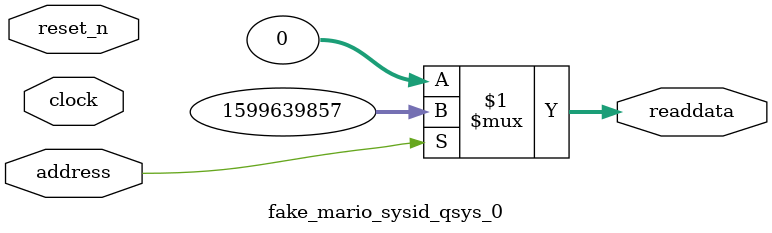
<source format=v>



// synthesis translate_off
`timescale 1ns / 1ps
// synthesis translate_on

// turn off superfluous verilog processor warnings 
// altera message_level Level1 
// altera message_off 10034 10035 10036 10037 10230 10240 10030 

module fake_mario_sysid_qsys_0 (
               // inputs:
                address,
                clock,
                reset_n,

               // outputs:
                readdata
             )
;

  output  [ 31: 0] readdata;
  input            address;
  input            clock;
  input            reset_n;

  wire    [ 31: 0] readdata;
  //control_slave, which is an e_avalon_slave
  assign readdata = address ? 1599639857 : 0;

endmodule



</source>
